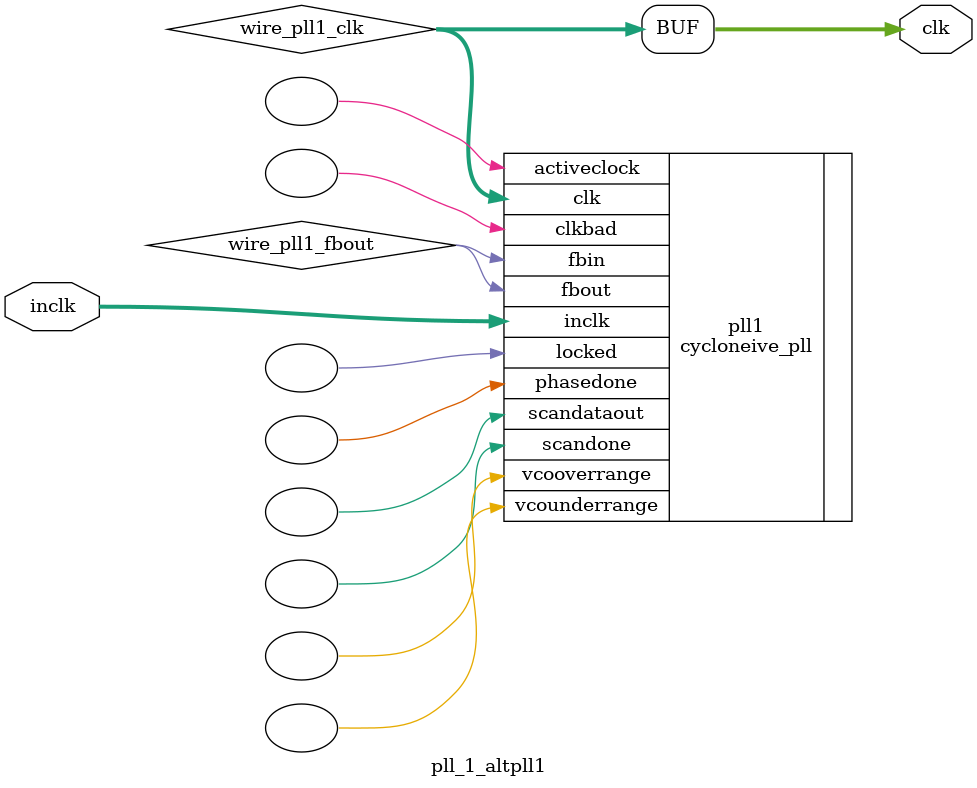
<source format=v>






//synthesis_resources = cycloneive_pll 1 
//synopsys translate_off
`timescale 1 ps / 1 ps
//synopsys translate_on
module  pll_1_altpll1
	( 
	clk,
	inclk) /* synthesis synthesis_clearbox=1 */;
	output   [4:0]  clk;
	input   [1:0]  inclk;
`ifndef ALTERA_RESERVED_QIS
// synopsys translate_off
`endif
	tri0   [1:0]  inclk;
`ifndef ALTERA_RESERVED_QIS
// synopsys translate_on
`endif

	wire  [4:0]   wire_pll1_clk;
	wire  wire_pll1_fbout;

	cycloneive_pll   pll1
	( 
	.activeclock(),
	.clk(wire_pll1_clk),
	.clkbad(),
	.fbin(wire_pll1_fbout),
	.fbout(wire_pll1_fbout),
	.inclk(inclk),
	.locked(),
	.phasedone(),
	.scandataout(),
	.scandone(),
	.vcooverrange(),
	.vcounderrange()
	`ifndef FORMAL_VERIFICATION
	// synopsys translate_off
	`endif
	,
	.areset(1'b0),
	.clkswitch(1'b0),
	.configupdate(1'b0),
	.pfdena(1'b1),
	.phasecounterselect({3{1'b0}}),
	.phasestep(1'b0),
	.phaseupdown(1'b0),
	.scanclk(1'b0),
	.scanclkena(1'b1),
	.scandata(1'b0)
	`ifndef FORMAL_VERIFICATION
	// synopsys translate_on
	`endif
	);
	defparam
		pll1.bandwidth_type = "auto",
		pll1.clk0_divide_by = 1,
		pll1.clk0_duty_cycle = 50,
		pll1.clk0_multiply_by = 1,
		pll1.clk0_phase_shift = "0",
		pll1.clk1_divide_by = 5000,
		pll1.clk1_duty_cycle = 50,
		pll1.clk1_multiply_by = 11,
		pll1.clk1_phase_shift = "0",
		pll1.clk2_divide_by = 500,
		pll1.clk2_duty_cycle = 50,
		pll1.clk2_multiply_by = 3,
		pll1.clk2_phase_shift = "0",
		pll1.compensate_clock = "clk0",
		pll1.inclk0_input_frequency = 20000,
		pll1.operation_mode = "normal",
		pll1.pll_type = "auto",
		pll1.lpm_type = "cycloneive_pll";
	assign
		clk = {wire_pll1_clk[4:0]};
endmodule //pll_1_altpll1
//VALID FILE

</source>
